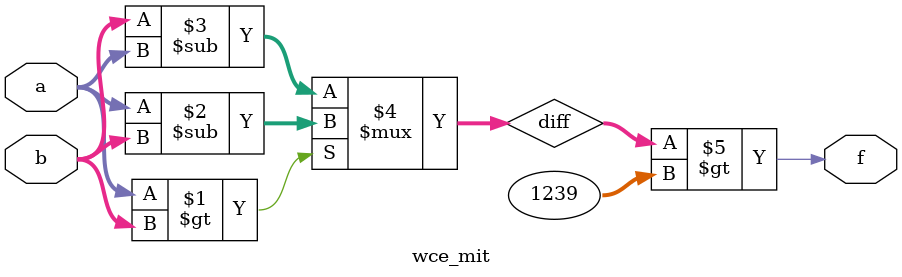
<source format=v>
module wce_mit(a, b, f);
parameter _bit = 16;
parameter wce = 1239;
input [_bit - 1: 0] a;
input [_bit - 1: 0] b;
output f;
wire [_bit - 1: 0] diff;
assign diff = (a > b)? (a - b): (b - a);
assign f = (diff > wce);
endmodule

</source>
